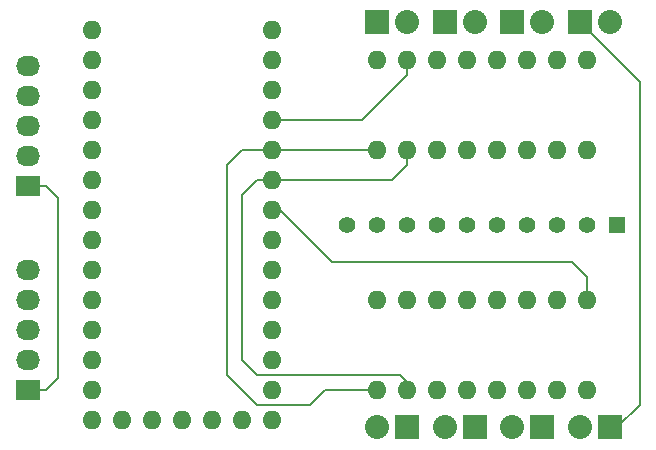
<source format=gtl>
G04 #@! TF.FileFunction,Copper,L1,Top,Signal*
%FSLAX46Y46*%
G04 Gerber Fmt 4.6, Leading zero omitted, Abs format (unit mm)*
G04 Created by KiCad (PCBNEW 4.0.1-stable) date 27/12/2015 00:21:34*
%MOMM*%
G01*
G04 APERTURE LIST*
%ADD10C,0.100000*%
%ADD11O,1.600000X1.600000*%
%ADD12R,1.397000X1.397000*%
%ADD13C,1.397000*%
%ADD14R,2.032000X2.032000*%
%ADD15O,2.032000X2.032000*%
%ADD16R,2.032000X1.727200*%
%ADD17O,2.032000X1.727200*%
%ADD18C,0.152400*%
%ADD19C,0.250000*%
G04 APERTURE END LIST*
D10*
D11*
X90805000Y-114300000D03*
X85725000Y-114300000D03*
X88265000Y-114300000D03*
X83185000Y-114300000D03*
X78105000Y-114300000D03*
X78105000Y-81280000D03*
X78105000Y-83820000D03*
X78105000Y-86360000D03*
X78105000Y-88900000D03*
X78105000Y-91440000D03*
X78105000Y-93980000D03*
X78105000Y-96520000D03*
X78105000Y-99060000D03*
X78105000Y-101600000D03*
X78105000Y-104140000D03*
X78105000Y-106680000D03*
X78105000Y-109220000D03*
X78105000Y-111760000D03*
X80645000Y-114300000D03*
X93345000Y-114300000D03*
X93345000Y-111760000D03*
X93345000Y-109220000D03*
X93345000Y-106680000D03*
X93345000Y-104140000D03*
X93345000Y-101600000D03*
X93345000Y-99060000D03*
X93345000Y-96520000D03*
X93345000Y-93980000D03*
X93345000Y-91440000D03*
X93345000Y-88900000D03*
X93345000Y-86360000D03*
X93345000Y-83820000D03*
X93345000Y-81280000D03*
D12*
X122555000Y-97790000D03*
D13*
X120015000Y-97790000D03*
X117475000Y-97790000D03*
X114935000Y-97790000D03*
X112395000Y-97790000D03*
X109855000Y-97790000D03*
X107315000Y-97790000D03*
X104775000Y-97790000D03*
X102235000Y-97790000D03*
X99695000Y-97790000D03*
D11*
X102235000Y-91440000D03*
X104775000Y-91440000D03*
X107315000Y-91440000D03*
X109855000Y-91440000D03*
X112395000Y-91440000D03*
X114935000Y-91440000D03*
X117475000Y-91440000D03*
X120015000Y-91440000D03*
X120015000Y-83820000D03*
X117475000Y-83820000D03*
X114935000Y-83820000D03*
X112395000Y-83820000D03*
X109855000Y-83820000D03*
X107315000Y-83820000D03*
X104775000Y-83820000D03*
X102235000Y-83820000D03*
X102235000Y-111760000D03*
X104775000Y-111760000D03*
X107315000Y-111760000D03*
X109855000Y-111760000D03*
X112395000Y-111760000D03*
X114935000Y-111760000D03*
X117475000Y-111760000D03*
X120015000Y-111760000D03*
X120015000Y-104140000D03*
X117475000Y-104140000D03*
X114935000Y-104140000D03*
X112395000Y-104140000D03*
X109855000Y-104140000D03*
X107315000Y-104140000D03*
X104775000Y-104140000D03*
X102235000Y-104140000D03*
D14*
X102235000Y-80645000D03*
D15*
X104775000Y-80645000D03*
D14*
X119380000Y-80645000D03*
D15*
X121920000Y-80645000D03*
D14*
X104775000Y-114935000D03*
D15*
X102235000Y-114935000D03*
D14*
X116205000Y-114935000D03*
D15*
X113665000Y-114935000D03*
D14*
X110490000Y-114935000D03*
D15*
X107950000Y-114935000D03*
D16*
X72644000Y-111760000D03*
D17*
X72644000Y-109220000D03*
X72644000Y-106680000D03*
X72644000Y-104140000D03*
X72644000Y-101600000D03*
D16*
X72644000Y-94488000D03*
D17*
X72644000Y-91948000D03*
X72644000Y-89408000D03*
X72644000Y-86868000D03*
X72644000Y-84328000D03*
D14*
X113665000Y-80645000D03*
D15*
X116205000Y-80645000D03*
D14*
X107950000Y-80645000D03*
D15*
X110490000Y-80645000D03*
D14*
X121920000Y-114935000D03*
D15*
X119380000Y-114935000D03*
D18*
X72644000Y-94488000D02*
X74168000Y-94488000D01*
X74168000Y-111760000D02*
X72644000Y-111760000D01*
X75184000Y-110744000D02*
X74168000Y-111760000D01*
X75184000Y-95504000D02*
X75184000Y-110744000D01*
X74168000Y-94488000D02*
X75184000Y-95504000D01*
X121920000Y-114935000D02*
X122555000Y-114935000D01*
X122555000Y-114935000D02*
X124460000Y-113030000D01*
X124460000Y-85725000D02*
X119380000Y-80645000D01*
X124460000Y-113030000D02*
X124460000Y-85725000D01*
X120015000Y-104140000D02*
X120015000Y-102235000D01*
X98425000Y-100965000D02*
X93980000Y-96520000D01*
X118745000Y-100965000D02*
X98425000Y-100965000D01*
X120015000Y-102235000D02*
X118745000Y-100965000D01*
X93980000Y-96520000D02*
X93345000Y-96520000D01*
X102235000Y-111760000D02*
X97790000Y-111760000D01*
X90805000Y-91440000D02*
X93345000Y-91440000D01*
X89535000Y-92710000D02*
X90805000Y-91440000D01*
X89535000Y-110490000D02*
X89535000Y-92710000D01*
X92075000Y-113030000D02*
X89535000Y-110490000D01*
X96520000Y-113030000D02*
X92075000Y-113030000D01*
X97790000Y-111760000D02*
X96520000Y-113030000D01*
X93345000Y-91440000D02*
X102235000Y-91440000D01*
X104775000Y-111760000D02*
X104775000Y-111125000D01*
X104775000Y-111125000D02*
X104140000Y-110490000D01*
X104140000Y-110490000D02*
X92075000Y-110490000D01*
X92075000Y-110490000D02*
X90805000Y-109220000D01*
X90805000Y-109220000D02*
X90805000Y-95250000D01*
X90805000Y-95250000D02*
X92075000Y-93980000D01*
X92075000Y-93980000D02*
X93345000Y-93980000D01*
X93345000Y-93980000D02*
X103505000Y-93980000D01*
X104775000Y-92710000D02*
X104775000Y-91440000D01*
X103505000Y-93980000D02*
X104775000Y-92710000D01*
X104775000Y-83820000D02*
X104775000Y-85090000D01*
X100965000Y-88900000D02*
X93345000Y-88900000D01*
X101600000Y-88265000D02*
X100965000Y-88900000D01*
X104775000Y-85090000D02*
X101600000Y-88265000D01*
D19*
X117475000Y-104140000D02*
X117475000Y-104775000D01*
M02*

</source>
